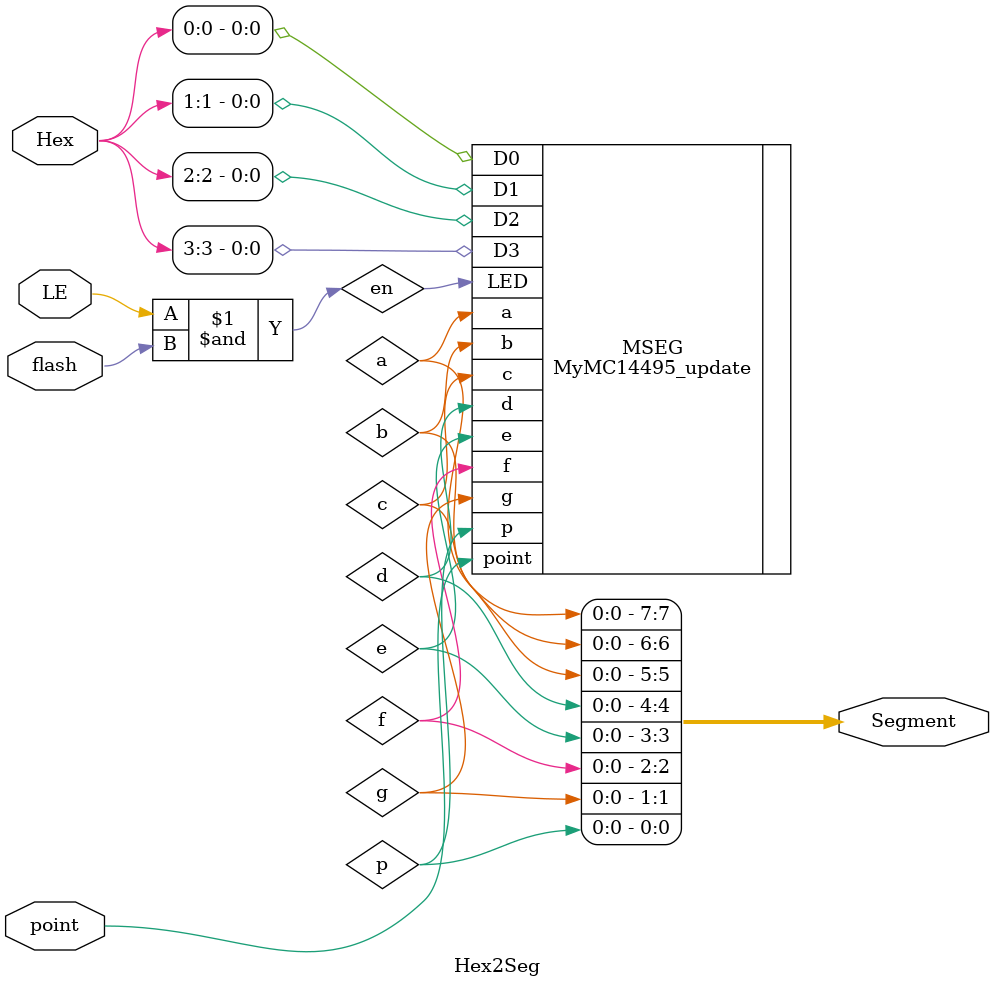
<source format=v>
`timescale 1ns / 1ps
module Hex2Seg(input [3:0] Hex,
					input LE,
					input point,
					input flash,
					output [7:0] Segment
    );
	 wire en = LE & flash;
	 MyMC14495_update MSEG(.D3(Hex[3]), .D2(Hex[2]), .D1(Hex[1]), .D0(Hex[0]), .LED(en), .point(point),
							.a(a), .b(b), .c(c), .d(d), .e(e), .f(f), .g(g), .p(p));
	 assign Segment = {a, b, c, d, e, f, g, p};

endmodule

</source>
